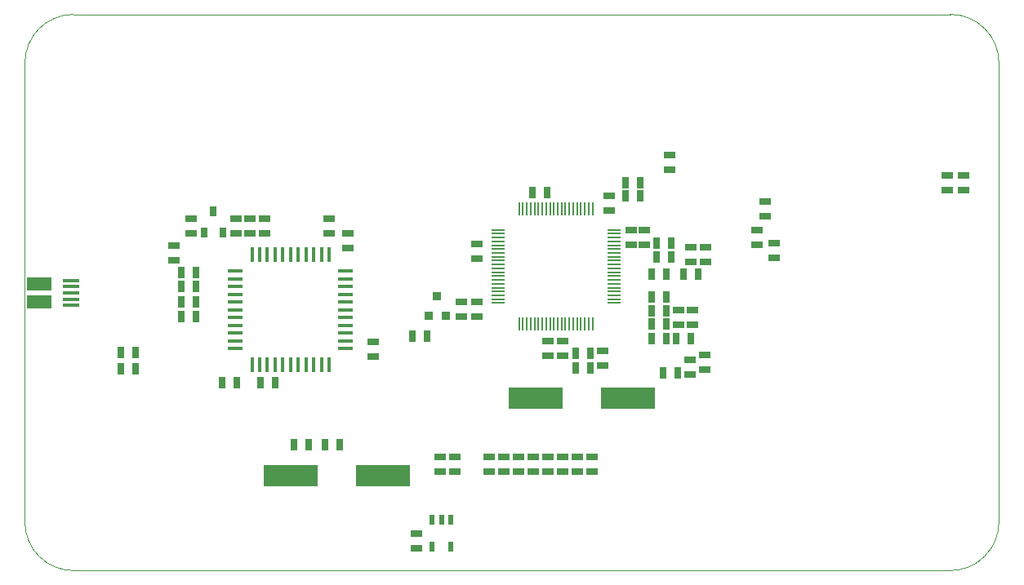
<source format=gtp>
G04 #@! TF.FileFunction,Paste,Top*
%FSLAX46Y46*%
G04 Gerber Fmt 4.6, Leading zero omitted, Abs format (unit mm)*
G04 Created by KiCad (PCBNEW (2015-01-16 BZR 5376)-product) date 26/05/2015 16:36:23*
%MOMM*%
G01*
G04 APERTURE LIST*
%ADD10C,0.150000*%
%ADD11C,0.100000*%
%ADD12R,1.143000X0.635000*%
%ADD13R,0.600000X1.100000*%
%ADD14R,0.914400X0.914400*%
%ADD15R,0.800100X1.000760*%
%ADD16R,0.635000X1.143000*%
%ADD17R,1.750000X0.400000*%
%ADD18R,2.500000X1.425000*%
%ADD19R,0.406400X1.524000*%
%ADD20R,1.524000X0.406400*%
%ADD21R,1.400000X0.230000*%
%ADD22R,0.230000X1.400000*%
%ADD23R,5.600000X2.200000*%
G04 APERTURE END LIST*
D10*
D11*
X-12250216Y1644D02*
X-12250216Y47626644D01*
X-12250216Y1644D02*
G75*
G03X-7201778Y-5046794I5048438J0D01*
G01*
X83701346Y-5046794D02*
X-7201778Y-5046794D01*
X83701346Y-5046794D02*
G75*
G03X88749784Y1644I0J5048438D01*
G01*
X88749784Y47626644D02*
X88749784Y1644D01*
X88749784Y47626644D02*
G75*
G03X83701346Y52675082I-5048438J0D01*
G01*
X-7201778Y52675082D02*
X83701346Y52675082D01*
X-7201778Y52675082D02*
G75*
G03X-12250216Y47626644I0J-5048438D01*
G01*
D12*
X28320000Y-2729482D03*
X28320000Y-1205482D03*
D13*
X31900000Y212518D03*
X30950000Y212518D03*
X30000000Y212518D03*
X30000000Y-2587482D03*
X31900000Y-2587482D03*
D14*
X31389000Y21396518D03*
X29611000Y21396518D03*
X30500000Y23428518D03*
D15*
X7300000Y32212338D03*
X8252500Y30012698D03*
X6347500Y30012698D03*
D12*
X5000000Y29950518D03*
X5000000Y31474518D03*
X9600000Y29950518D03*
X9600000Y31474518D03*
D16*
X12138000Y14412518D03*
X13662000Y14412518D03*
D12*
X23900000Y18674518D03*
X23900000Y17150518D03*
X19300000Y29950518D03*
X19300000Y31474518D03*
X11100000Y29950518D03*
X11100000Y31474518D03*
D16*
X5462000Y21312518D03*
X3938000Y21312518D03*
D12*
X12600000Y29950518D03*
X12600000Y31474518D03*
D16*
X15638000Y8012518D03*
X17162000Y8012518D03*
X20362000Y8012518D03*
X18838000Y8012518D03*
X52738000Y21912518D03*
X54262000Y21912518D03*
X52738000Y23312518D03*
X54262000Y23312518D03*
D12*
X43534000Y5266518D03*
X43534000Y6790518D03*
X42010000Y5266518D03*
X42010000Y6790518D03*
X45058000Y5266518D03*
X45058000Y6790518D03*
X40486000Y5266518D03*
X40486000Y6790518D03*
X38962000Y5266518D03*
X38962000Y6790518D03*
X37438000Y5266518D03*
X37438000Y6790518D03*
D16*
X56038000Y25712518D03*
X57562000Y25712518D03*
X52738000Y25712518D03*
X54262000Y25712518D03*
D12*
X43500000Y18774518D03*
X43500000Y17250518D03*
X55500000Y20450518D03*
X55500000Y21974518D03*
X52000000Y28750518D03*
X52000000Y30274518D03*
X47650000Y17774518D03*
X47650000Y16250518D03*
D16*
X44838000Y16012518D03*
X46362000Y16012518D03*
D12*
X34600000Y28874518D03*
X34600000Y27350518D03*
X48300000Y32350518D03*
X48300000Y33874518D03*
X57000000Y20450518D03*
X57000000Y21974518D03*
X58300000Y28474518D03*
X58300000Y26950518D03*
D16*
X53238000Y28912518D03*
X54762000Y28912518D03*
X50038000Y35212518D03*
X51562000Y35212518D03*
X53238000Y27512518D03*
X54762000Y27512518D03*
D12*
X50600000Y28750518D03*
X50600000Y30274518D03*
D16*
X50038000Y33812518D03*
X51562000Y33812518D03*
X41862000Y34212518D03*
X40338000Y34212518D03*
D12*
X42000000Y18774518D03*
X42000000Y17250518D03*
X3200000Y27150518D03*
X3200000Y28674518D03*
X35914000Y6790518D03*
X35914000Y5266518D03*
X64510000Y31720518D03*
X64510000Y33244518D03*
D16*
X55412000Y15512518D03*
X53888000Y15512518D03*
D17*
X-7446330Y25072958D03*
X-7446330Y24422958D03*
X-7446330Y23772958D03*
X-7446330Y23122958D03*
X-7446330Y22472958D03*
D18*
X-10771330Y24735458D03*
X-10771330Y22810458D03*
D16*
X54262000Y20512518D03*
X52738000Y20512518D03*
D12*
X56800000Y28474518D03*
X56800000Y26950518D03*
D16*
X3938000Y25912518D03*
X5462000Y25912518D03*
X3938000Y24412518D03*
X5462000Y24412518D03*
X3938000Y22812518D03*
X5462000Y22812518D03*
X8238000Y14412518D03*
X9762000Y14412518D03*
D12*
X21200000Y28450518D03*
X21200000Y29974518D03*
D16*
X29492000Y19280000D03*
X27968000Y19280000D03*
D12*
X46582000Y5266518D03*
X46582000Y6790518D03*
D16*
X-2313000Y15934518D03*
X-789000Y15934518D03*
X44838000Y17512518D03*
X46362000Y17512518D03*
X54262000Y19012518D03*
X52738000Y19012518D03*
D12*
X34600000Y22874518D03*
X34600000Y21350518D03*
X33000000Y22874518D03*
X33000000Y21350518D03*
X54600000Y38074518D03*
X54600000Y36550518D03*
X85063000Y34450718D03*
X85063000Y35974718D03*
X83363000Y34450718D03*
X83363000Y35974718D03*
D16*
X56762000Y19012518D03*
X55238000Y19012518D03*
X-2313000Y17585518D03*
X-789000Y17585518D03*
D12*
X63680000Y30254518D03*
X63680000Y28730518D03*
X65420000Y28974518D03*
X65420000Y27450518D03*
X56700000Y15300518D03*
X56700000Y16824518D03*
X58250000Y15850518D03*
X58250000Y17374518D03*
X30834000Y5266518D03*
X30834000Y6790518D03*
X32358000Y5266518D03*
X32358000Y6790518D03*
D19*
X15300000Y27727518D03*
X14499900Y27727518D03*
X13699800Y27727518D03*
X12899700Y27727518D03*
X12099600Y27727518D03*
X11299500Y27727518D03*
X16100100Y27727518D03*
X16900200Y27727518D03*
X17700300Y27727518D03*
X18500400Y27727518D03*
X19300500Y27727518D03*
X15300000Y16297518D03*
X14499900Y16297518D03*
X13699800Y16297518D03*
X12899700Y16297518D03*
X12099600Y16297518D03*
X11299500Y16297518D03*
X16100100Y16297518D03*
X16900200Y16297518D03*
X17700300Y16297518D03*
X18500400Y16297518D03*
X19300500Y16297518D03*
D20*
X9585000Y22012518D03*
X21015000Y22012518D03*
X9585000Y21212418D03*
X21015000Y21212418D03*
X21015000Y20412318D03*
X9585000Y20412318D03*
X9585000Y19612218D03*
X21015000Y19612218D03*
X21015000Y18812118D03*
X9585000Y18812118D03*
X9585000Y18012018D03*
X21015000Y18012018D03*
X21015000Y22812618D03*
X9585000Y22812618D03*
X9585000Y23612718D03*
X21015000Y23612718D03*
X21015000Y24412818D03*
X9585000Y24412818D03*
X9585000Y25212918D03*
X21015000Y25212918D03*
X21015000Y26013018D03*
X9585000Y26013018D03*
D21*
X48800000Y22712518D03*
X48800000Y23112518D03*
X48800000Y23512518D03*
X48800000Y23912518D03*
X48800000Y24312518D03*
X48800000Y24712518D03*
X48800000Y25112518D03*
X48800000Y25512518D03*
X48800000Y25912518D03*
X48800000Y26312518D03*
X48800000Y26712518D03*
X48800000Y27112518D03*
X48800000Y27512518D03*
X48800000Y27912518D03*
X48800000Y28312518D03*
X48800000Y28712518D03*
X48800000Y29112518D03*
X48800000Y29512518D03*
X48800000Y29912518D03*
X48800000Y30312518D03*
D22*
X46600000Y32512518D03*
X46200000Y32512518D03*
X45800000Y32512518D03*
X45400000Y32512518D03*
X45000000Y32512518D03*
X44600000Y32512518D03*
X44200000Y32512518D03*
X43800000Y32512518D03*
X43400000Y32512518D03*
X43000000Y32512518D03*
X42600000Y32512518D03*
X42200000Y32512518D03*
X41800000Y32512518D03*
X41400000Y32512518D03*
X41000000Y32512518D03*
X40600000Y32512518D03*
X40200000Y32512518D03*
X39800000Y32512518D03*
X39400000Y32512518D03*
X39000000Y32512518D03*
D21*
X36800000Y30312518D03*
X36800000Y29912518D03*
X36800000Y29512518D03*
X36800000Y29112518D03*
X36800000Y28712518D03*
X36800000Y28312518D03*
X36800000Y27912518D03*
X36800000Y27512518D03*
X36800000Y27112518D03*
X36800000Y26712518D03*
X36800000Y26312518D03*
X36800000Y25912518D03*
X36800000Y25512518D03*
X36800000Y25112518D03*
X36800000Y24712518D03*
X36800000Y24312518D03*
X36800000Y23912518D03*
X36800000Y23512518D03*
X36800000Y23112518D03*
X36800000Y22712518D03*
D22*
X39000000Y20512518D03*
X39400000Y20512518D03*
X39800000Y20512518D03*
X40200000Y20512518D03*
X40600000Y20512518D03*
X41000000Y20512518D03*
X41400000Y20512518D03*
X41800000Y20512518D03*
X42200000Y20512518D03*
X42600000Y20512518D03*
X43000000Y20512518D03*
X43400000Y20512518D03*
X43800000Y20512518D03*
X44200000Y20512518D03*
X44600000Y20512518D03*
X45000000Y20512518D03*
X45400000Y20512518D03*
X45800000Y20512518D03*
X46200000Y20512518D03*
X46600000Y20512518D03*
D23*
X15350000Y4812518D03*
X24850000Y4812518D03*
X40750000Y12812518D03*
X50250000Y12812518D03*
M02*

</source>
